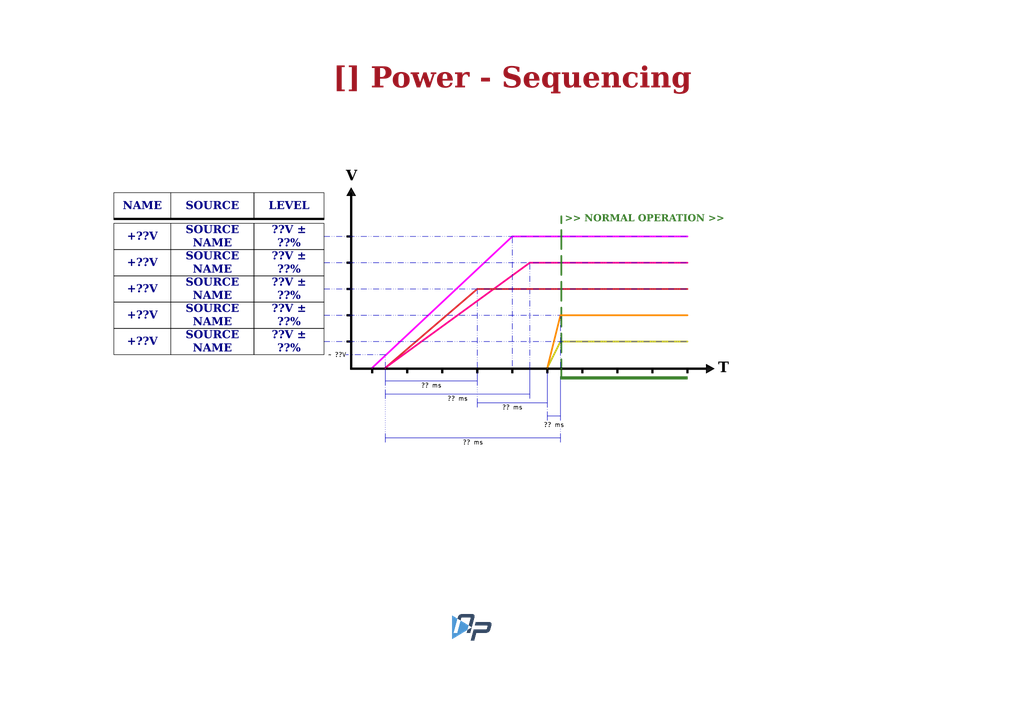
<source format=kicad_sch>
(kicad_sch (version 20250114) (generator "eeschema") (generator_version "9.0")
  (paper "A4")
  (title_block (title "Power - Sequencing") (date "Last Modified Date") (rev "${REVISION}") (company "${COMPANY}"))
  (lib_symbols)
  (rectangle (start 100.584 75.946) (end 102.108 76.454) (stroke (width 0) (color 0 0 0 1)) (fill (type color) (color 0 0 0 1)))
  (rectangle (start 33.02 63.246) (end 93.98 63.754) (stroke (width 0) (color 0 0 0 1)) (fill (type color) (color 0 0 0 1)))
  (rectangle (start 188.976 106.68) (end 189.484 108.204) (stroke (width 0) (color 0 0 0 1)) (fill (type color) (color 0 0 0 1)))
  (rectangle (start 128.016 106.68) (end 128.524 108.204) (stroke (width 0) (color 0 0 0 1)) (fill (type color) (color 0 0 0 1)))
  (rectangle (start 148.336 106.68) (end 148.844 108.204) (stroke (width 0) (color 0 0 0 1)) (fill (type color) (color 0 0 0 1)))
  (rectangle (start 138.176 106.68) (end 138.684 108.204) (stroke (width 0) (color 0 0 0 1)) (fill (type color) (color 0 0 0 1)))
  (rectangle (start 178.816 106.68) (end 179.324 108.204) (stroke (width 0) (color 0 0 0 1)) (fill (type color) (color 0 0 0 1)))
  (rectangle (start 100.584 98.806) (end 102.108 99.314) (stroke (width 0) (color 0 0 0 1)) (fill (type color) (color 0 0 0 1)))
  (rectangle (start 158.496 106.68) (end 159.004 108.204) (stroke (width 0) (color 0 0 0 1)) (fill (type color) (color 0 0 0 1)))
  (rectangle (start 100.584 68.326) (end 102.108 68.834) (stroke (width 0) (color 0 0 0 1)) (fill (type color) (color 0 0 0 1)))
  (rectangle (start 117.856 106.68) (end 118.364 108.204) (stroke (width 0) (color 0 0 0 1)) (fill (type color) (color 0 0 0 1)))
  (rectangle (start 162.56 109.22) (end 199.39 109.982) (stroke (width 0) (color 53 123 38 1)) (fill (type color) (color 53 123 38 1)))
  (rectangle (start 199.136 106.68) (end 199.644 108.204) (stroke (width 0) (color 0 0 0 1)) (fill (type color) (color 0 0 0 1)))
  (rectangle (start 168.656 106.68) (end 169.164 108.204) (stroke (width 0) (color 0 0 0 1)) (fill (type color) (color 0 0 0 1)))
  (rectangle (start 100.584 83.566) (end 102.108 84.074) (stroke (width 0) (color 0 0 0 1)) (fill (type color) (color 0 0 0 1)))
  (rectangle (start 101.6 55.88) (end 102.108 106.934) (stroke (width 0) (color 0 0 0 1)) (fill (type color) (color 0 0 0 1)))
  (rectangle (start 100.584 91.186) (end 102.108 91.694) (stroke (width 0) (color 0 0 0 1)) (fill (type color) (color 0 0 0 1)))
  (rectangle (start 101.6 106.68) (end 204.724 107.188) (stroke (width 0) (color 0 0 0 1)) (fill (type color) (color 0 0 0 1)))
  (rectangle (start 107.696 106.68) (end 108.204 108.204) (stroke (width 0) (color 0 0 0 1)) (fill (type color) (color 0 0 0 1)))
  (text "T" (at 208.28 109.474 0) (effects (font (size 3 3) (thickness 0.4) (bold yes)) (justify left bottom)))
  (text "V" (at 100.33 53.848 0) (effects (font (size 3 3) (thickness 0.4) (bold yes)) (justify left bottom)))
  (text ">> NORMAL OPERATION >>" (at 163.83 65.278 0) (effects (font (size 2 2) (thickness 0.4) (bold yes)) (justify left bottom)))
  (text_box "LEVEL" (at 73.66 55.88 0) (size 20.32 7.62) (margins 1.7145 1.7145 1.7145 1.7145) (stroke (width 0) (color 0 0 0 1)) (effects (font (size 2.286 2.286) (bold yes))))
  (text_box "+??V" (at 33.02 64.77 0) (size 16.51 7.62) (margins 1.7145 1.7145 1.7145 1.7145) (stroke (width 0) (color 0 0 0 1)) (effects (font (size 2.286 2.286) (bold yes))))
  (text_box "SOURCE NAME" (at 49.53 87.63 0) (size 24.13 7.62) (margins 1.7145 1.7145 1.7145 1.7145) (stroke (width 0) (color 0 0 0 1)) (effects (font (size 2.286 2.286) (bold yes))))
  (text_box "?? ms" (at 156.21 121.92 0) (size 8.89 2.54) (margins 0.9524 0.9524 0.9524 0.9524) (stroke (width -0.0001)) (effects (font (size 1.27 1.27))))
  (text_box "?? ms" (at 111.76 114.3 0) (size 41.91 2.54) (margins 0.9524 0.9524 0.9524 0.9524) (stroke (width -0.0001)) (effects (font (size 1.27 1.27))))
  (text_box "??V ± ??%" (at 73.66 64.77 0) (size 20.32 7.62) (margins 1.7145 1.7145 1.7145 1.7145) (stroke (width 0) (color 0 0 0 1)) (effects (font (size 2.286 2.286) (bold yes))))
  (text_box "SOURCE NAME" (at 49.53 80.01 0) (size 24.13 7.62) (margins 1.7145 1.7145 1.7145 1.7145) (stroke (width 0) (color 0 0 0 1)) (effects (font (size 2.286 2.286) (bold yes))))
  (text_box "+??V" (at 33.02 87.63 0) (size 16.51 7.62) (margins 1.7145 1.7145 1.7145 1.7145) (stroke (width 0) (color 0 0 0 1)) (effects (font (size 2.286 2.286) (bold yes))))
  (text_box "+??V" (at 33.02 95.25 0) (size 16.51 7.62) (margins 1.7145 1.7145 1.7145 1.7145) (stroke (width 0) (color 0 0 0 1)) (effects (font (size 2.286 2.286) (bold yes))))
  (text_box "??V ± ??%" (at 73.66 87.63 0) (size 20.32 7.62) (margins 1.7145 1.7145 1.7145 1.7145) (stroke (width 0) (color 0 0 0 1)) (effects (font (size 2.286 2.286) (bold yes))))
  (text_box "?? ms" (at 138.43 116.84 0) (size 20.32 2.54) (margins 0.9524 0.9524 0.9524 0.9524) (stroke (width -0.0001)) (effects (font (size 1.27 1.27))))
  (text_box "?? ms" (at 111.76 110.49 0) (size 26.67 2.54) (margins 0.9524 0.9524 0.9524 0.9524) (stroke (width -0.0001)) (effects (font (size 1.27 1.27))))
  (text_box "+??V" (at 33.02 72.39 0) (size 16.51 7.62) (margins 1.7145 1.7145 1.7145 1.7145) (stroke (width 0) (color 0 0 0 1)) (effects (font (size 2.286 2.286) (bold yes))))
  (text_box "??V ± ??%" (at 73.66 80.01 0) (size 20.32 7.62) (margins 1.7145 1.7145 1.7145 1.7145) (stroke (width 0) (color 0 0 0 1)) (effects (font (size 2.286 2.286) (bold yes))))
  (text_box "▼" (at 204.47 105.664 90) (size 2.54 2.54) (margins 2.2499 2.2499 2.2499 2.2499) (stroke (width -0.0001)) (effects (font (size 3 3))))
  (text_box "[${#}] ${TITLE}" (at 80.01 16.51 0) (size 137.16 12.7) (margins 4.4999 4.4999 4.4999 4.4999) (stroke (width -0.0001)) (effects (font (size 6 6) (thickness 1.2) (bold yes))))
  (text_box "~ ??V" (at 93.98 101.6 0) (size 7.62 2.54) (margins 0.9524 0.9524 0.9524 0.9524) (stroke (width -0.0001)) (effects (font (size 1.27 1.27))))
  (text_box "NAME" (at 33.02 55.88 0) (size 16.51 7.62) (margins 1.7145 1.7145 1.7145 1.7145) (stroke (width 0) (color 0 0 0 1)) (effects (font (size 2.286 2.286) (bold yes))))
  (text_box "▲" (at 100.584 54.102 0) (size 2.54 2.54) (margins 2.2499 2.2499 2.2499 2.2499) (stroke (width -0.0001)) (effects (font (size 3 3))))
  (text_box "SOURCE NAME" (at 49.53 95.25 0) (size 24.13 7.62) (margins 1.7145 1.7145 1.7145 1.7145) (stroke (width 0) (color 0 0 0 1)) (effects (font (size 2.286 2.286) (bold yes))))
  (text_box "SOURCE" (at 49.53 55.88 0) (size 24.13 7.62) (margins 1.7145 1.7145 1.7145 1.7145) (stroke (width 0) (color 0 0 0 1)) (effects (font (size 2.286 2.286) (bold yes))))
  (text_box "+??V" (at 33.02 80.01 0) (size 16.51 7.62) (margins 1.7145 1.7145 1.7145 1.7145) (stroke (width 0) (color 0 0 0 1)) (effects (font (size 2.286 2.286) (bold yes))))
  (text_box "??V ± ??%" (at 73.66 95.25 0) (size 20.32 7.62) (margins 1.7145 1.7145 1.7145 1.7145) (stroke (width 0) (color 0 0 0 1)) (effects (font (size 2.286 2.286) (bold yes))))
  (text_box "SOURCE NAME" (at 49.53 72.39 0) (size 24.13 7.62) (margins 1.7145 1.7145 1.7145 1.7145) (stroke (width 0) (color 0 0 0 1)) (effects (font (size 2.286 2.286) (bold yes))))
  (text_box "??V ± ??%" (at 73.66 72.39 0) (size 20.32 7.62) (margins 1.7145 1.7145 1.7145 1.7145) (stroke (width 0) (color 0 0 0 1)) (effects (font (size 2.286 2.286) (bold yes))))
  (text_box "?? ms" (at 111.76 127 0) (size 50.8 2.54) (margins 0.9524 0.9524 0.9524 0.9524) (stroke (width -0.0001)) (effects (font (size 1.27 1.27))))
  (text_box "SOURCE NAME" (at 49.53 64.77 0) (size 24.13 7.62) (margins 1.7145 1.7145 1.7145 1.7145) (stroke (width 0) (color 0 0 0 1)) (effects (font (size 2.286 2.286) (bold yes))))
  (text_box "Tip: you can set NetClass Colors for different voltage rails in File → Schematic Setup → Project → Net Classes" (at 11.43 212.09 0) (size 173.99 6.35) (margins 1.9049 1.9049 1.9049 1.9049) (stroke (width -0.0001)) (effects (font (size 2.54 2.54) (thickness 0.381) (bold yes)) (justify right top)))
  (polyline (pts (xy 111.76 106.68) (xy 153.67 76.2)) (stroke (width 0.5) (type solid) (color 255 0 133 1)))
  (polyline (pts (xy 111.76 102.87) (xy 100.33 102.87)) (stroke (width 0) (type dash_dot_dot)))
  (polyline (pts (xy 162.56 125.73) (xy 162.56 128.27)))
  (polyline (pts (xy 158.75 120.65) (xy 162.56 120.65)))
  (polyline (pts (xy 148.59 106.172) (xy 148.59 68.58)) (stroke (width 0) (type dash_dot_dot)))
  (polyline (pts (xy 93.98 99.06) (xy 199.39 99.06)) (stroke (width 0) (type dash_dot_dot)))
  (polyline (pts (xy 111.76 111.76) (xy 111.76 113.03)) (stroke (width 0) (type dot)))
  (polyline (pts (xy 158.75 119.38) (xy 158.75 121.92)))
  (polyline (pts (xy 162.56 91.44) (xy 199.39 91.44)) (stroke (width 0.5) (color 252 134 0 1)))
  (polyline (pts (xy 93.98 68.58) (xy 199.39 68.58)) (stroke (width 0) (type dash_dot_dot)))
  (polyline (pts (xy 138.43 111.76) (xy 138.43 115.57)) (stroke (width 0) (type dot)))
  (polyline (pts (xy 162.56 99.06) (xy 199.39 99.06)) (stroke (width 0.5) (color 197 195 20 1)))
  (polyline (pts (xy 111.76 114.3) (xy 153.67 114.3)))
  (polyline (pts (xy 138.43 116.84) (xy 158.75 116.84)))
  (polyline (pts (xy 93.98 83.82) (xy 199.39 83.82)) (stroke (width 0) (type dash_dot_dot)))
  (polyline (pts (xy 162.814 109.728) (xy 162.814 62.738)) (stroke (width 0.5) (type dash) (color 53 123 38 1)))
  (polyline (pts (xy 138.43 83.82) (xy 199.39 83.82)) (stroke (width 0.5) (color 218 36 44 1)))
  (polyline (pts (xy 162.56 109.22) (xy 162.56 121.92)))
  (polyline (pts (xy 93.98 76.2) (xy 199.39 76.2)) (stroke (width 0) (type dash_dot_dot)))
  (polyline (pts (xy 153.67 76.2) (xy 199.39 76.2)) (stroke (width 0.5) (type solid) (color 255 0 133 1)))
  (polyline (pts (xy 148.59 68.58) (xy 199.39 68.58)) (stroke (width 0.5) (color 255 0 255 1)))
  (polyline (pts (xy 138.43 115.57) (xy 138.43 118.11)))
  (polyline (pts (xy 153.67 106.68) (xy 153.67 115.57)))
  (polyline (pts (xy 111.76 127) (xy 162.56 127)))
  (polyline (pts (xy 93.98 91.44) (xy 199.39 91.44)) (stroke (width 0) (type dash_dot_dot)))
  (polyline (pts (xy 111.76 113.03) (xy 111.76 125.73)) (stroke (width 0) (type dot)))
  (polyline (pts (xy 111.76 106.68) (xy 138.43 83.82)) (stroke (width 0.5) (color 218 36 44 1)))
  (polyline (pts (xy 111.76 125.73) (xy 111.76 128.27)))
  (polyline (pts (xy 162.56 106.68) (xy 162.56 91.44)) (stroke (width 0) (type dash_dot_dot)))
  (polyline (pts (xy 138.43 107.95) (xy 138.43 111.76)))
  (polyline (pts (xy 111.76 106.68) (xy 111.76 111.76)))
  (polyline (pts (xy 162.56 124.46) (xy 162.56 125.73)) (stroke (width 0) (type dot)))
  (polyline (pts (xy 138.43 106.68) (xy 138.43 83.82)) (stroke (width 0) (type dash_dot_dot)))
  (polyline (pts (xy 107.95 106.68) (xy 148.59 68.58)) (stroke (width 0.5) (color 255 0 255 1)))
  (polyline (pts (xy 153.67 106.68) (xy 153.67 76.2)) (stroke (width 0) (type dash_dot_dot)))
  (polyline (pts (xy 158.75 118.11) (xy 158.75 119.38)) (stroke (width 0) (type dot)))
  (polyline (pts (xy 111.76 110.49) (xy 138.43 110.49)))
  (polyline (pts (xy 111.76 113.03) (xy 111.76 115.57)))
  (polyline (pts (xy 158.75 107.95) (xy 158.75 118.11)))
  (polyline (pts (xy 158.75 106.68) (xy 162.56 91.44)) (stroke (width 0.5) (color 252 134 0 1)))
  (polyline (pts (xy 158.75 106.68) (xy 162.56 99.06)) (stroke (width 0.5) (color 197 195 20 1)))
  (polyline (pts (xy 111.76 106.68) (xy 111.76 102.87)) (stroke (width 0) (type dash_dot_dot)))
  (image (at 136.144 182.118) (scale 0.0488683))
)
</source>
